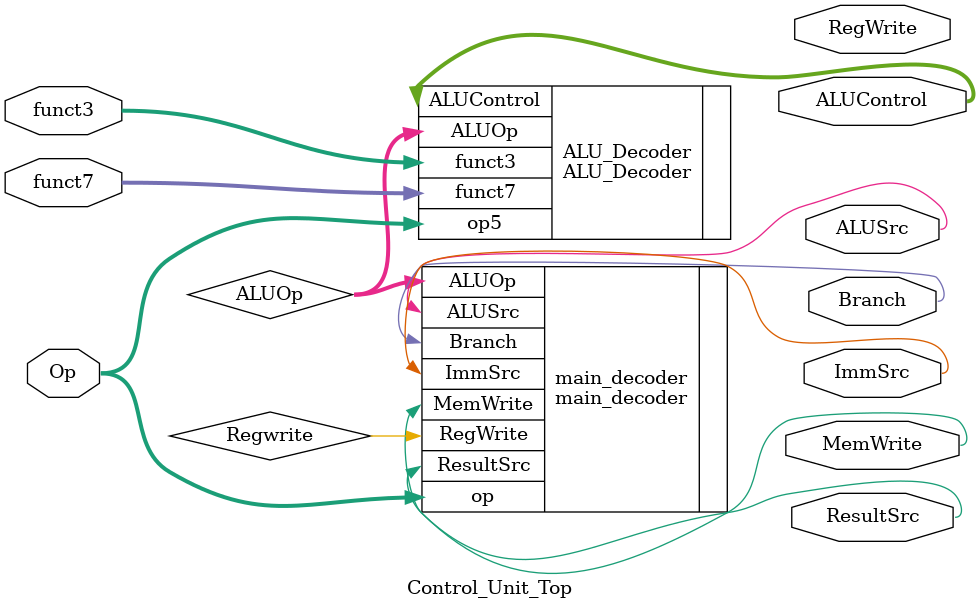
<source format=v>
`timescale 1ns / 1ps


module Control_Unit_Top(
    input [6:0] Op,
    input [6:0] funct7,
    input [2:0] funct3,
    output RegWrite,ALUSrc,MemWrite,ResultSrc,
    output Branch,
    output ImmSrc,
    output [2:0] ALUControl
    );
    
wire [1:0]ALUOp;

main_decoder main_decoder(
.op(Op),
.RegWrite(Regwrite),
.ImmSrc(ImmSrc),
.MemWrite(MemWrite),
.ResultSrc(ResultSrc),
.Branch(Branch),
.ALUSrc(ALUSrc),
.ALUOp(ALUOp)
);

ALU_Decoder ALU_Decoder(
.ALUOp(ALUOp),
.funct3(funct3),
.funct7(funct7),
.op5(Op),
.ALUControl(ALUControl)
);   
endmodule

</source>
